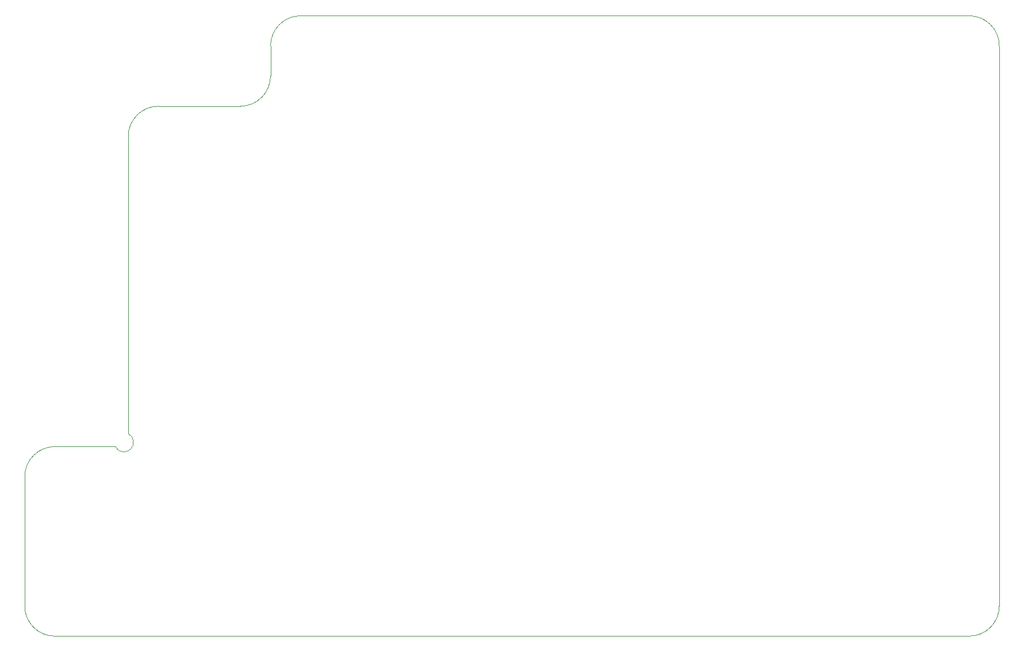
<source format=gbr>
%TF.GenerationSoftware,KiCad,Pcbnew,7.0.7*%
%TF.CreationDate,2023-11-17T22:33:44+01:00*%
%TF.ProjectId,LITEXCNC-HUB75HAT,4c495445-5843-44e4-932d-485542373548,rev?*%
%TF.SameCoordinates,Original*%
%TF.FileFunction,Profile,NP*%
%FSLAX46Y46*%
G04 Gerber Fmt 4.6, Leading zero omitted, Abs format (unit mm)*
G04 Created by KiCad (PCBNEW 7.0.7) date 2023-11-17 22:33:44*
%MOMM*%
%LPD*%
G01*
G04 APERTURE LIST*
%TA.AperFunction,Profile*%
%ADD10C,0.100000*%
%TD*%
G04 APERTURE END LIST*
D10*
X139065000Y91440000D02*
X139065000Y91440000D01*
G75*
G02*
X143510000Y86995000I0J-4445000D01*
G01*
X143510000Y4445000D01*
G75*
G02*
X139065000Y0I-4445000J0D01*
G01*
X4445000Y0D01*
G75*
G02*
X0Y4445000I0J4445000D01*
G01*
X0Y23495000D01*
G75*
G02*
X4445000Y27940000I4445000J0D01*
G01*
X13335000Y27940000D01*
G75*
G03*
X15240000Y29845000I1270000J635000D01*
G01*
X15240000Y73660000D01*
G75*
G02*
X19685000Y78105000I4445000J0D01*
G01*
X31750000Y78105000D01*
G75*
G03*
X36195000Y82550000I0J4445000D01*
G01*
X36195000Y86995000D01*
G75*
G02*
X40640000Y91440000I4445000J0D01*
G01*
X139065000Y91440000D01*
M02*

</source>
